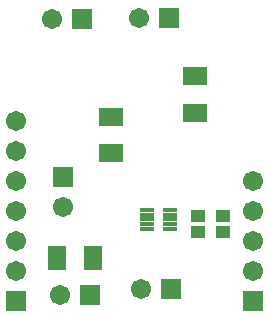
<source format=gts>
G04 Layer_Color=8388736*
%FSAX43Y43*%
%MOMM*%
G71*
G01*
G75*
%ADD24R,1.253X1.103*%
%ADD25R,1.503X2.053*%
%ADD26R,1.153X0.403*%
%ADD27R,2.053X1.503*%
%ADD28R,1.703X1.703*%
%ADD29C,1.703*%
%ADD30R,1.703X1.703*%
D24*
X0070866Y0086233D02*
D03*
Y0084833D02*
D03*
X0068707D02*
D03*
Y0086233D02*
D03*
D25*
X0056743Y0082677D02*
D03*
X0059843D02*
D03*
D26*
X0064389Y0086741D02*
D03*
Y0086341D02*
D03*
Y0085941D02*
D03*
Y0085541D02*
D03*
Y0085141D02*
D03*
X0066319Y0086741D02*
D03*
Y0086341D02*
D03*
Y0085941D02*
D03*
Y0085541D02*
D03*
Y0085141D02*
D03*
D27*
X0068453Y0094970D02*
D03*
Y0098070D02*
D03*
X0061341Y0091541D02*
D03*
Y0094641D02*
D03*
D28*
X0057277Y0089535D02*
D03*
X0053340Y0078994D02*
D03*
X0073406D02*
D03*
D29*
X0057277Y0086995D02*
D03*
X0053340Y0094234D02*
D03*
Y0091694D02*
D03*
Y0089154D02*
D03*
Y0086614D02*
D03*
Y0081534D02*
D03*
Y0084074D02*
D03*
X0057023Y0079502D02*
D03*
X0063881Y0080010D02*
D03*
X0063754Y0102997D02*
D03*
X0056388Y0102870D02*
D03*
X0073406Y0089154D02*
D03*
Y0086614D02*
D03*
Y0084074D02*
D03*
Y0081534D02*
D03*
D30*
X0059563Y0079502D02*
D03*
X0066421Y0080010D02*
D03*
X0066294Y0102997D02*
D03*
X0058928Y0102870D02*
D03*
M02*

</source>
